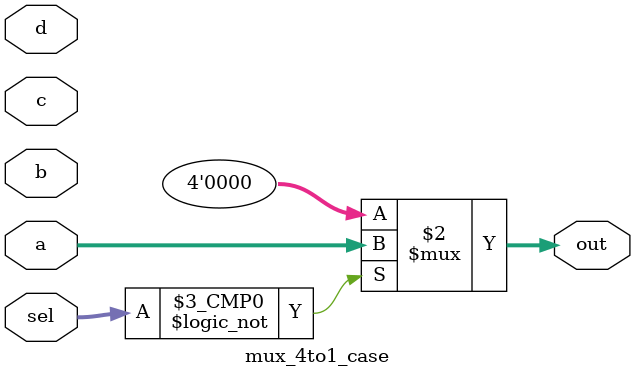
<source format=v>
module mux_4to1_case ( input [3:0] a,                 // 4-bit input called a
                       input [3:0] b,                 // 4-bit input called b
                       input [3:0] c,                 // 4-bit input called c
                       input [3:0] d,                 // 4-bit input called d
                       input [1:0] sel,               // input sel used to select between a,b,c,d
                       output reg [3:0] out);         // 4-bit output based on input sel

   // This always block gets executed whenever a/b/c/d/sel changes value
   // When that happens, based on value in sel, output is assigned to either a/b/c/d
   always @ (a or b or c or d or sel) begin
      // NOTE: we added a default here because otherwise the user would get a LATCH warning from a linter
      out <= 'd0;
      case (sel)
         2'b00 : out <= a;
         2'b00 : out <= b;
         2'b00 : out <= c;
         2'b00 : out <= d;
      endcase
   end
endmodule

</source>
